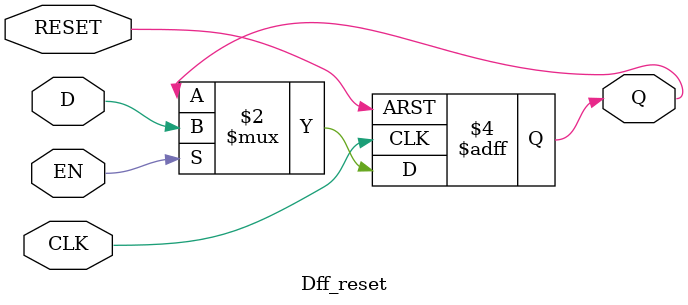
<source format=v>



module Dff_reset(Q, D, CLK, EN, RESET);

	output reg Q;
	input D, CLK, EN,RESET;

  always @(posedge CLK or posedge RESET) begin
    if(RESET)
			Q <= 1'b0;
    else if(EN)
			Q <= D;
	end	
	
endmodule
</source>
